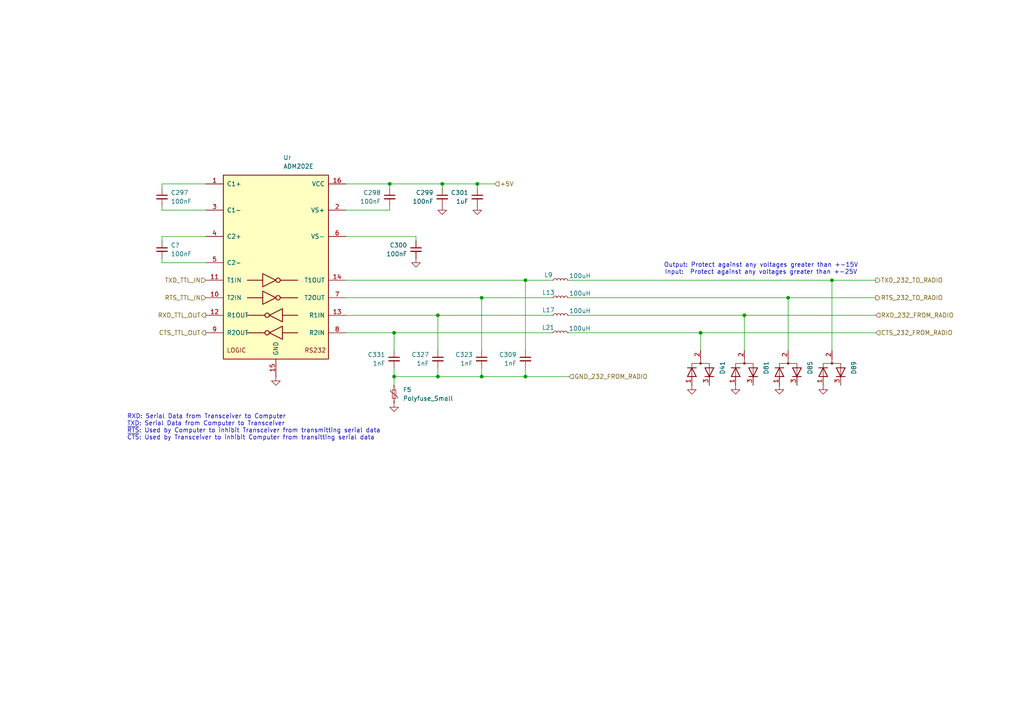
<source format=kicad_sch>
(kicad_sch (version 20250114) (generator "eeschema") (generator_version "9.0")
  (paper "A4")
  (lib_symbols
    (symbol "Device:C_Small" (pin_numbers (hide yes)) (pin_names (offset 0.254) (hide yes))
      (property "Reference" "C" (at 0.254 1.778 0))
      (property "Value" "C_Small" (at 0.254 -2.032 0))
      (symbol "C_Small_0_1"
        (polyline (pts (xy -1.524 0.508) (xy 1.524 0.508)) (stroke (width 0.3048)))
        (polyline (pts (xy -1.524 -0.508) (xy 1.524 -0.508)) (stroke (width 0.3302)))
      )
      (symbol "C_Small_1_1"
        (pin passive line (at 0 2.54 270) (length 2.032) (name "~") (number "1"))
        (pin passive line (at 0 -2.54 90) (length 2.032) (name "~") (number "2"))
      )
    )
    (symbol "Device:D_Dual_Series_ACK_Parallel" (pin_names (offset 0.762) (hide yes))
      (property "Reference" "D" (at 0 5.08 0))
      (property "Value" "D_Dual_Series_ACK_Parallel" (at 0 -5.08 0))
      (symbol "D_Dual_Series_ACK_Parallel_0_0"
        (polyline (pts (xy 0 -1.27) (xy 0 -3.81)) (stroke (width 0.254)))
        (polyline (pts (xy 2.54 3.81) (xy 2.54 1.27)) (stroke (width 0.254)))
      )
      (symbol "D_Dual_Series_ACK_Parallel_0_1"
        (circle (center -1.27 0) (radius 0.254) (fill (type outline)))
        (polyline (pts (xy -1.27 0) (xy -2.54 0)))
        (polyline (pts (xy 0 3.81) (xy 2.54 2.54) (xy 0 1.27) (xy 0 3.81) (xy 0 3.81) (xy 0 3.81)) (stroke (width 0.254)))
        (polyline (pts (xy 2.54 2.54) (xy -1.27 2.54) (xy -1.27 -2.54) (xy 2.54 -2.54)))
        (polyline (pts (xy 2.54 -1.27) (xy 0 -2.54) (xy 2.54 -3.81) (xy 2.54 -1.27) (xy 2.54 -1.27) (xy 2.54 -1.27)) (stroke (width 0.254)))
        (pin passive line (at -5.08 0 0) (length 2.54) (name "common") (number "2"))
        (pin passive line (at 5.08 2.54 180) (length 2.54) (name "K") (number "3"))
        (pin passive line (at 5.08 -2.54 180) (length 2.54) (name "A") (number "1"))
      )
    )
    (symbol "Device:L_Small" (pin_numbers (hide yes)) (pin_names (offset 0.254) (hide yes))
      (property "Reference" "L" (at 0.762 1.016 0))
      (property "Value" "L_Small" (at 0.762 -1.016 0))
      (symbol "L_Small_0_1"
        (arc (start 0 2.032) (mid 0.5058 1.524) (end 0 1.016))
        (arc (start 0 1.016) (mid 0.5058 0.508) (end 0 0))
        (arc (start 0 0) (mid 0.5058 -0.508) (end 0 -1.016))
        (arc (start 0 -1.016) (mid 0.5058 -1.524) (end 0 -2.032))
      )
      (symbol "L_Small_1_1"
        (pin passive line (at 0 2.54 270) (length 0.508) (name "~") (number "1"))
        (pin passive line (at 0 -2.54 90) (length 0.508) (name "~") (number "2"))
      )
    )
    (symbol "Device:Polyfuse_Small" (pin_numbers (hide yes)) (pin_names (offset 0))
      (property "Reference" "F" (at -1.905 0 90))
      (property "Value" "Polyfuse_Small" (at 1.905 0 90))
      (symbol "Polyfuse_Small_0_1"
        (polyline (pts (xy -1.016 1.27) (xy -1.016 0.762) (xy 1.016 -0.762) (xy 1.016 -1.27)))
        (rectangle (start -0.508 1.27) (end 0.508 -1.27))
        (polyline (pts (xy 0 2.54) (xy 0 -2.54)))
      )
      (symbol "Polyfuse_Small_1_1"
        (pin passive line (at 0 2.54 270) (length 0.635) (name "~") (number "1"))
        (pin passive line (at 0 -2.54 90) (length 0.635) (name "~") (number "2"))
      )
    )
    (symbol "Interface_UART:ADM232A" (pin_names (offset 1.016))
      (property "Reference" "Ur" (at 2.1433 30.48 0))
      (property "Value" "ADM202E" (at 2.1433 27.94 0))
      (symbol "ADM232A_0_0"
        (text "LOGIC" (at -11.43 -25.4 0) (effects (font (size 1.27 1.27))))
        (text "RS232" (at 11.43 -25.4 0) (effects (font (size 1.27 1.27))))
      )
      (symbol "ADM232A_0_1"
        (rectangle (start -15.24 25.4) (end 15.24 -27.94) (stroke (width 0.254)) (fill (type background)))
        (polyline (pts (xy -3.81 -3.175) (xy -3.81 -6.985) (xy 0 -5.08) (xy -3.81 -3.175)) (stroke (width 0.254)))
        (polyline (pts (xy -3.81 -5.08) (xy -8.255 -5.08)) (stroke (width 0.254)))
        (polyline (pts (xy -3.81 -8.255) (xy -3.81 -12.065) (xy 0 -10.16) (xy -3.81 -8.255)) (stroke (width 0.254)))
        (polyline (pts (xy -3.81 -10.16) (xy -8.255 -10.16)) (stroke (width 0.254)))
        (polyline (pts (xy -3.175 -15.24) (xy -8.255 -15.24)) (stroke (width 0.254)))
        (polyline (pts (xy -3.175 -20.32) (xy -8.255 -20.32)) (stroke (width 0.254)))
        (circle (center -2.54 -15.24) (radius 0.635) (stroke (width 0.254)))
        (circle (center -2.54 -20.32) (radius 0.635) (stroke (width 0.254)))
        (circle (center 0.635 -5.08) (radius 0.635) (stroke (width 0.254)))
        (circle (center 0.635 -10.16) (radius 0.635) (stroke (width 0.254)))
        (polyline (pts (xy 1.27 -5.08) (xy 6.35 -5.08)) (stroke (width 0.254)))
        (polyline (pts (xy 1.27 -10.16) (xy 6.35 -10.16)) (stroke (width 0.254)))
        (polyline (pts (xy 1.905 -13.335) (xy 1.905 -17.145) (xy -1.905 -15.24) (xy 1.905 -13.335)) (stroke (width 0.254)))
        (polyline (pts (xy 1.905 -15.24) (xy 6.35 -15.24)) (stroke (width 0.254)))
        (polyline (pts (xy 1.905 -18.415) (xy 1.905 -22.225) (xy -1.905 -20.32) (xy 1.905 -18.415)) (stroke (width 0.254)))
        (polyline (pts (xy 1.905 -20.32) (xy 6.35 -20.32)) (stroke (width 0.254)))
      )
      (symbol "ADM232A_1_1"
        (pin passive line (at -20.32 22.86 0) (length 5.08) (name "C1+") (number "1"))
        (pin passive line (at -20.32 15.24 0) (length 5.08) (name "C1-") (number "3"))
        (pin passive line (at -20.32 7.62 0) (length 5.08) (name "C2+") (number "4"))
        (pin passive line (at -20.32 0 0) (length 5.08) (name "C2-") (number "5"))
        (pin input line (at -20.32 -5.08 0) (length 5.08) (name "T1IN") (number "11"))
        (pin input line (at -20.32 -10.16 0) (length 5.08) (name "T2IN") (number "10"))
        (pin output line (at -20.32 -15.24 0) (length 5.08) (name "R1OUT") (number "12"))
        (pin output line (at -20.32 -20.32 0) (length 5.08) (name "R2OUT") (number "9"))
        (pin power_in line (at 0 -33.02 90) (length 5.08) (name "GND") (number "15"))
        (pin power_in line (at 20.32 22.86 180) (length 5.08) (name "VCC") (number "16"))
        (pin power_out line (at 20.32 15.24 180) (length 5.08) (name "VS+") (number "2"))
        (pin power_out line (at 20.32 7.62 180) (length 5.08) (name "VS-") (number "6"))
        (pin output line (at 20.32 -5.08 180) (length 5.08) (name "T1OUT") (number "14"))
        (pin output line (at 20.32 -10.16 180) (length 5.08) (name "T2OUT") (number "7"))
        (pin input line (at 20.32 -15.24 180) (length 5.08) (name "R1IN") (number "13"))
        (pin input line (at 20.32 -20.32 180) (length 5.08) (name "R2IN") (number "8"))
      )
    )
    (symbol "power:GND" (power) (pin_numbers (hide yes)) (pin_names (offset 0) (hide yes))
      (property "Value" "GND" (at 0 -3.81 0))
      (symbol "GND_0_1"
        (polyline (pts (xy 0 0) (xy 0 -1.27) (xy 1.27 -1.27) (xy 0 -2.54) (xy -1.27 -1.27) (xy 0 -1.27)))
      )
      (symbol "GND_1_1"
        (pin power_in line (at 0 0 270) (length 0) (name "~") (number "1"))
      )
    )
  )
  (text "RXD: Serial Data from Transceiver to Computer\nTXD: Serial Data from Computer to Transceiver\n~{RTS}: Used by Computer to inhibit Transceiver from transmitting serial data\n~{CTS}: Used by Transceiver to inhibit Computer from transitting serial data" (at 36.83 123.952 0) (effects (font (size 1.27 1.27)) (justify left)))
  (text "Output: Protect against any voltages greater than +-15V\nInput:  Protect against any voltages greater than +-25V" (at 220.726 77.978 0) (effects (font (size 1.27 1.27))))
  (junction (at 152.4 81.28))
  (junction (at 241.3 81.28))
  (junction (at 228.6 86.36))
  (junction (at 139.7 109.22))
  (junction (at 138.43 53.34))
  (junction (at 114.3 96.52))
  (junction (at 203.2 96.52))
  (junction (at 114.3 109.22))
  (junction (at 127 91.44))
  (junction (at 127 109.22))
  (junction (at 128.27 53.34))
  (junction (at 113.03 53.34))
  (junction (at 215.9 91.44))
  (junction (at 139.7 86.36))
  (junction (at 152.4 109.22))
  (wire (pts (xy 113.03 60.96) (xy 113.03 59.69)))
  (wire (pts (xy 114.3 96.52) (xy 100.33 96.52)))
  (wire (pts (xy 160.02 81.28) (xy 152.4 81.28)))
  (wire (pts (xy 139.7 106.68) (xy 139.7 109.22)))
  (wire (pts (xy 100.33 60.96) (xy 113.03 60.96)))
  (wire (pts (xy 215.9 91.44) (xy 215.9 101.6)))
  (wire (pts (xy 139.7 109.22) (xy 127 109.22)))
  (wire (pts (xy 46.99 68.58) (xy 46.99 69.85)))
  (wire (pts (xy 241.3 81.28) (xy 165.1 81.28)))
  (wire (pts (xy 152.4 109.22) (xy 139.7 109.22)))
  (wire (pts (xy 59.69 68.58) (xy 46.99 68.58)))
  (wire (pts (xy 228.6 86.36) (xy 165.1 86.36)))
  (wire (pts (xy 228.6 86.36) (xy 228.6 101.6)))
  (wire (pts (xy 46.99 76.2) (xy 46.99 74.93)))
  (wire (pts (xy 152.4 109.22) (xy 165.1 109.22)))
  (wire (pts (xy 138.43 54.61) (xy 138.43 53.34)))
  (wire (pts (xy 127 91.44) (xy 100.33 91.44)))
  (wire (pts (xy 254 86.36) (xy 228.6 86.36)))
  (wire (pts (xy 128.27 54.61) (xy 128.27 53.34)))
  (wire (pts (xy 215.9 91.44) (xy 165.1 91.44)))
  (wire (pts (xy 59.69 53.34) (xy 46.99 53.34)))
  (wire (pts (xy 113.03 53.34) (xy 113.03 54.61)))
  (wire (pts (xy 120.65 69.85) (xy 120.65 68.58)))
  (wire (pts (xy 254 96.52) (xy 203.2 96.52)))
  (wire (pts (xy 160.02 86.36) (xy 139.7 86.36)))
  (wire (pts (xy 203.2 96.52) (xy 165.0313 96.52)))
  (wire (pts (xy 114.3 96.52) (xy 114.3 101.6)))
  (wire (pts (xy 139.7 86.36) (xy 139.7 101.6)))
  (wire (pts (xy 128.27 53.34) (xy 113.03 53.34)))
  (wire (pts (xy 254 91.44) (xy 215.9 91.44)))
  (wire (pts (xy 152.4 106.68) (xy 152.4 109.22)))
  (wire (pts (xy 120.65 68.58) (xy 100.33 68.58)))
  (wire (pts (xy 100.33 53.34) (xy 113.03 53.34)))
  (wire (pts (xy 203.2 96.52) (xy 203.2 101.6)))
  (wire (pts (xy 254 81.28) (xy 241.3 81.28)))
  (wire (pts (xy 160.02 91.44) (xy 127 91.44)))
  (wire (pts (xy 138.43 53.34) (xy 143.51 53.34)))
  (wire (pts (xy 241.3 81.28) (xy 241.3 101.6)))
  (wire (pts (xy 46.99 60.96) (xy 46.99 59.69)))
  (wire (pts (xy 59.69 60.96) (xy 46.99 60.96)))
  (wire (pts (xy 127 91.44) (xy 127 101.6)))
  (wire (pts (xy 59.69 76.2) (xy 46.99 76.2)))
  (wire (pts (xy 127 109.22) (xy 114.3 109.22)))
  (wire (pts (xy 114.3 106.68) (xy 114.3 109.22)))
  (wire (pts (xy 152.4 81.28) (xy 152.4 101.6)))
  (wire (pts (xy 114.3 109.22) (xy 114.3 111.76)))
  (wire (pts (xy 152.4 81.28) (xy 100.33 81.28)))
  (wire (pts (xy 46.99 53.34) (xy 46.99 54.61)))
  (wire (pts (xy 159.9513 96.52) (xy 114.3 96.52)))
  (wire (pts (xy 127 106.68) (xy 127 109.22)))
  (wire (pts (xy 139.7 86.36) (xy 100.33 86.36)))
  (wire (pts (xy 128.27 53.34) (xy 138.43 53.34)))
  (hierarchical_label "+5V" (shape input) (at 143.51 53.34 0))
  (hierarchical_label "CTS_TTL_OUT" (shape output) (at 59.69 96.52 180))
  (hierarchical_label "RXD_TTL_OUT" (shape output) (at 59.69 91.44 180))
  (hierarchical_label "RXD_232_FROM_RADIO" (shape input) (at 254 91.44 0))
  (hierarchical_label "GND_232_FROM_RADIO" (shape input) (at 165.1 109.22 0))
  (hierarchical_label "CTS_232_FROM_RADIO" (shape input) (at 254 96.52 0))
  (hierarchical_label "TXD_232_TO_RADIO" (shape output) (at 254 81.28 0))
  (hierarchical_label "TXD_TTL_IN" (shape input) (at 59.69 81.28 180))
  (hierarchical_label "RTS_232_TO_RADIO" (shape output) (at 254 86.36 0))
  (hierarchical_label "RTS_TTL_IN" (shape input) (at 59.69 86.36 180))
  (symbol (lib_id "Device:C_Small") (at 114.3 104.14 0) (unit 1)
    (property "Reference" "C331" (at 111.76 102.8762 0) (effects (justify right)))
    (property "Value" "1nF" (at 111.76 105.4162 0) (effects (justify right)))
    (property "Description" "Unpolarized capacitor, small symbol" (effects (hide yes)))
    (instances (project "PilotAudioPanel" (path "" (reference "C331") (unit 1)) (path "" (reference "C332") (unit 1)) (path "" (reference "C334") (unit 1)) (path "" (reference "C333") (unit 1))))
  )
  (symbol (lib_id "power:GND") (at 238.76 111.76 0) (unit 1)
    (property "Reference" "#PWR0521" (effects (hide yes)))
    (property "Value" "GND" (effects (hide yes)))
    (property "Description" "Power symbol creates a global label with name \"GND\" , ground" (effects (hide yes)))
    (instances (project "PilotAudioPanel" (path "" (reference "#PWR0521") (unit 1)) (path "" (reference "#PWR0522") (unit 1)) (path "" (reference "#PWR0524") (unit 1)) (path "" (reference "#PWR0523") (unit 1))))
  )
  (symbol (lib_id "Device:L_Small") (at 162.4913 96.52 90) (unit 1)
    (property "Reference" "L21" (at 159.004 94.996 90))
    (property "Value" "100uH" (at 168.148 95.25 90))
    (property "Description" "Inductor, small symbol" (effects (hide yes)))
    (instances (project "PilotAudioPanel" (path "" (reference "L21") (unit 1)) (path "" (reference "L22") (unit 1)) (path "" (reference "L24") (unit 1)) (path "" (reference "L23") (unit 1))))
  )
  (symbol (lib_id "Device:C_Small") (at 138.43 57.15 0) (unit 1)
    (property "Reference" "C301" (at 135.89 55.8862 0) (effects (justify right)))
    (property "Value" "1uF" (at 135.89 58.4262 0) (effects (justify right)))
    (property "Description" "Unpolarized capacitor, small symbol" (effects (hide yes)))
    (instances (project "PilotAudioPanel" (path "" (reference "C301") (unit 1)) (path "" (reference "C306") (unit 1)) (path "" (reference "C319") (unit 1)) (path "" (reference "C313") (unit 1))))
  )
  (symbol (lib_id "Device:C_Small") (at 46.99 57.15 0) (unit 1)
    (property "Reference" "C297" (at 49.53 55.8862 0) (effects (justify left)))
    (property "Value" "100nF" (at 49.53 58.4262 0) (effects (justify left)))
    (property "Description" "Unpolarized capacitor, small symbol" (effects (hide yes)))
    (instances (project "PilotAudioPanel" (path "" (reference "C297") (unit 1)) (path "" (reference "C296") (unit 1)) (path "" (reference "C314") (unit 1)) (path "" (reference "C307") (unit 1))))
  )
  (symbol (lib_id "power:GND") (at 128.27 59.69 0) (unit 1)
    (property "Reference" "#PWR?" (effects (hide yes)))
    (property "Value" "GND" (effects (hide yes)))
    (property "Description" "Power symbol creates a global label with name \"GND\" , ground" (effects (hide yes)))
    (instances (project "PilotAudioPanel" (path "" (reference "#PWR?") (unit 1)) (path "" (reference "#PWR0495") (unit 1)) (path "" (reference "#PWR0504") (unit 1)) (path "" (reference "#PWR0499") (unit 1))))
  )
  (symbol (lib_id "Device:C_Small") (at 128.27 57.15 0) (mirror y) (unit 1)
    (property "Reference" "C299" (at 125.73 55.8862 0) (effects (justify left)))
    (property "Value" "100nF" (at 125.73 58.4262 0) (effects (justify left)))
    (property "Description" "Unpolarized capacitor, small symbol" (effects (hide yes)))
    (instances (project "PilotAudioPanel" (path "" (reference "C299") (unit 1)) (path "" (reference "C305") (unit 1)) (path "" (reference "C318") (unit 1)) (path "" (reference "C312") (unit 1))))
  )
  (symbol (lib_id "power:GND") (at 213.36 111.76 0) (unit 1)
    (property "Reference" "#PWR0513" (effects (hide yes)))
    (property "Value" "GND" (effects (hide yes)))
    (property "Description" "Power symbol creates a global label with name \"GND\" , ground" (effects (hide yes)))
    (instances (project "PilotAudioPanel" (path "" (reference "#PWR0513") (unit 1)) (path "" (reference "#PWR0514") (unit 1)) (path "" (reference "#PWR0516") (unit 1)) (path "" (reference "#PWR0515") (unit 1))))
  )
  (symbol (lib_id "Device:C_Small") (at 113.03 57.15 0) (mirror y) (unit 1)
    (property "Reference" "C298" (at 110.49 55.8862 0) (effects (justify left)))
    (property "Value" "100nF" (at 110.49 58.4262 0) (effects (justify left)))
    (property "Description" "Unpolarized capacitor, small symbol" (effects (hide yes)))
    (instances (project "PilotAudioPanel" (path "" (reference "C298") (unit 1)) (path "" (reference "C303") (unit 1)) (path "" (reference "C316") (unit 1)) (path "" (reference "C310") (unit 1))))
  )
  (symbol (lib_id "power:GND") (at 138.43 59.69 0) (unit 1)
    (property "Reference" "#PWR0493" (effects (hide yes)))
    (property "Value" "GND" (effects (hide yes)))
    (property "Description" "Power symbol creates a global label with name \"GND\" , ground" (effects (hide yes)))
    (instances (project "PilotAudioPanel" (path "" (reference "#PWR0493") (unit 1)) (path "" (reference "#PWR0496") (unit 1)) (path "" (reference "#PWR0505") (unit 1)) (path "" (reference "#PWR0501") (unit 1))))
  )
  (symbol (lib_id "Device:C_Small") (at 127 104.14 0) (mirror y) (unit 1)
    (property "Reference" "C327" (at 124.46 102.8762 0) (effects (justify left)))
    (property "Value" "1nF" (at 124.46 105.4162 0) (effects (justify left)))
    (property "Description" "Unpolarized capacitor, small symbol" (effects (hide yes)))
    (instances (project "PilotAudioPanel" (path "" (reference "C327") (unit 1)) (path "" (reference "C328") (unit 1)) (path "" (reference "C330") (unit 1)) (path "" (reference "C329") (unit 1))))
  )
  (symbol (lib_id "power:GND") (at 80.01 109.22 0) (unit 1)
    (property "Reference" "#PWR0492" (effects (hide yes)))
    (property "Value" "GND" (effects (hide yes)))
    (property "Description" "Power symbol creates a global label with name \"GND\" , ground" (effects (hide yes)))
    (instances (project "PilotAudioPanel" (path "" (reference "#PWR0492") (unit 1)) (path "" (reference "#PWR0490") (unit 1)) (path "" (reference "#PWR0502") (unit 1)) (path "" (reference "#PWR0497") (unit 1))))
  )
  (symbol (lib_id "Device:C_Small") (at 139.7 104.14 0) (unit 1)
    (property "Reference" "C323" (at 137.16 102.8762 0) (effects (justify right)))
    (property "Value" "1nF" (at 137.16 105.4162 0) (effects (justify right)))
    (property "Description" "Unpolarized capacitor, small symbol" (effects (hide yes)))
    (instances (project "PilotAudioPanel" (path "" (reference "C323") (unit 1)) (path "" (reference "C324") (unit 1)) (path "" (reference "C326") (unit 1)) (path "" (reference "C325") (unit 1))))
  )
  (symbol (lib_id "power:GND") (at 114.3 116.84 0) (unit 1)
    (property "Reference" "#PWR0500" (effects (hide yes)))
    (property "Value" "GND" (effects (hide yes)))
    (property "Description" "Power symbol creates a global label with name \"GND\" , ground" (effects (hide yes)))
    (instances (project "PilotAudioPanel" (path "" (reference "#PWR0500") (unit 1)) (path "" (reference "#PWR0506") (unit 1)) (path "" (reference "#PWR0508") (unit 1)) (path "" (reference "#PWR0507") (unit 1))))
  )
  (symbol (lib_id "Device:L_Small") (at 162.56 81.28 90) (unit 1)
    (property "Reference" "L9" (at 159.0727 79.756 90))
    (property "Value" "100uH" (at 168.2167 80.01 90))
    (property "Description" "Inductor, small symbol" (effects (hide yes)))
    (instances (project "" (path "" (reference "L9") (unit 1)) (path "" (reference "L10") (unit 1)) (path "" (reference "L12") (unit 1)) (path "" (reference "L11") (unit 1))))
  )
  (symbol (lib_id "Device:L_Small") (at 162.56 91.44 90) (unit 1)
    (property "Reference" "L17" (at 159.0727 89.916 90))
    (property "Value" "100uH" (at 168.2167 90.17 90))
    (property "Description" "Inductor, small symbol" (effects (hide yes)))
    (instances (project "PilotAudioPanel" (path "" (reference "L17") (unit 1)) (path "" (reference "L18") (unit 1)) (path "" (reference "L20") (unit 1)) (path "" (reference "L19") (unit 1))))
  )
  (symbol (lib_id "Device:C_Small") (at 152.4 104.14 0) (unit 1)
    (property "Reference" "C309" (at 149.86 102.8762 0) (effects (justify right)))
    (property "Value" "1nF" (at 149.86 105.4162 0) (effects (justify right)))
    (property "Description" "Unpolarized capacitor, small symbol" (effects (hide yes)))
    (instances (project "PilotAudioPanel" (path "" (reference "C309") (unit 1)) (path "" (reference "C320") (unit 1)) (path "" (reference "C322") (unit 1)) (path "" (reference "C321") (unit 1))))
  )
  (symbol (lib_id "Device:D_Dual_Series_ACK_Parallel") (at 228.6 106.68 270) (unit 1)
    (property "Reference" "D85" (at 234.95 106.68 0))
    (property "Value" "D_Dual_Series_ACK_Parallel" (effects (hide yes)))
    (property "Description" "Dual diode, anode/center/cathode" (effects (hide yes)))
    (instances (project "PilotAudioPanel" (path "" (reference "D85") (unit 1)) (path "" (reference "D86") (unit 1)) (path "" (reference "D88") (unit 1)) (path "" (reference "D87") (unit 1))))
  )
  (symbol (lib_id "Device:D_Dual_Series_ACK_Parallel") (at 215.9 106.68 270) (unit 1)
    (property "Reference" "D81" (at 222.25 106.68 0))
    (property "Value" "D_Dual_Series_ACK_Parallel" (effects (hide yes)))
    (property "Description" "Dual diode, anode/center/cathode" (effects (hide yes)))
    (instances (project "PilotAudioPanel" (path "" (reference "D81") (unit 1)) (path "" (reference "D82") (unit 1)) (path "" (reference "D84") (unit 1)) (path "" (reference "D83") (unit 1))))
  )
  (symbol (lib_id "Device:L_Small") (at 162.56 86.36 90) (unit 1)
    (property "Reference" "L13" (at 159.0727 84.836 90))
    (property "Value" "100uH" (at 168.2167 85.09 90))
    (property "Description" "Inductor, small symbol" (effects (hide yes)))
    (instances (project "PilotAudioPanel" (path "" (reference "L13") (unit 1)) (path "" (reference "L14") (unit 1)) (path "" (reference "L16") (unit 1)) (path "" (reference "L15") (unit 1))))
  )
  (symbol (lib_id "Device:Polyfuse_Small") (at 114.3 114.3 0) (unit 1)
    (property "Reference" "F5" (at 116.84 113.0299 0) (effects (justify left)))
    (property "Value" "Polyfuse_Small" (at 116.84 115.5699 0) (effects (justify left)))
    (property "Description" "Resettable fuse, polymeric positive temperature coefficient, small symbol" (effects (hide yes)))
    (instances (project "" (path "" (reference "F5") (unit 1)) (path "" (reference "F9") (unit 1)) (path "" (reference "F11") (unit 1)) (path "" (reference "F10") (unit 1))))
  )
  (symbol (lib_id "power:GND") (at 226.06 111.76 0) (unit 1)
    (property "Reference" "#PWR0517" (effects (hide yes)))
    (property "Value" "GND" (effects (hide yes)))
    (property "Description" "Power symbol creates a global label with name \"GND\" , ground" (effects (hide yes)))
    (instances (project "PilotAudioPanel" (path "" (reference "#PWR0517") (unit 1)) (path "" (reference "#PWR0518") (unit 1)) (path "" (reference "#PWR0520") (unit 1)) (path "" (reference "#PWR0519") (unit 1))))
  )
  (symbol (lib_id "Device:C_Small") (at 120.65 72.39 0) (mirror y) (unit 1)
    (property "Reference" "C300" (at 118.11 71.1262 0) (effects (justify left)))
    (property "Value" "100nF" (at 118.11 73.6662 0) (effects (justify left)))
    (property "Description" "Unpolarized capacitor, small symbol" (effects (hide yes)))
    (instances (project "PilotAudioPanel" (path "" (reference "C300") (unit 1)) (path "" (reference "C304") (unit 1)) (path "" (reference "C317") (unit 1)) (path "" (reference "C311") (unit 1))))
  )
  (symbol (lib_id "power:GND") (at 200.66 111.76 0) (unit 1)
    (property "Reference" "#PWR0509" (effects (hide yes)))
    (property "Value" "GND" (effects (hide yes)))
    (property "Description" "Power symbol creates a global label with name \"GND\" , ground" (effects (hide yes)))
    (instances (project "PilotAudioPanel" (path "" (reference "#PWR0509") (unit 1)) (path "" (reference "#PWR0510") (unit 1)) (path "" (reference "#PWR0512") (unit 1)) (path "" (reference "#PWR0511") (unit 1))))
  )
  (symbol (lib_id "Device:D_Dual_Series_ACK_Parallel") (at 203.2 106.68 270) (unit 1)
    (property "Reference" "D41" (at 209.55 106.68 0))
    (property "Value" "D_Dual_Series_ACK_Parallel" (effects (hide yes)))
    (property "Description" "Dual diode, anode/center/cathode" (effects (hide yes)))
    (instances (project "PilotAudioPanel" (path "" (reference "D41") (unit 1)) (path "" (reference "D66") (unit 1)) (path "" (reference "D80") (unit 1)) (path "" (reference "D79") (unit 1))))
  )
  (symbol (lib_id "Interface_UART:ADM232A") (at 80.01 76.2 0) (unit 1)
    (property "Reference" "Ur" (at 82.1533 45.72 0) (effects (justify left)))
    (property "Value" "ADM202E" (at 82.1533 48.26 0) (effects (justify left)))
    (property "Datasheet" "https://www.analog.com/media/en/technical-documentation/data-sheets/ADM222_232A_242.pdf" (effects (hide yes)))
    (property "Description" "Dual RS232 driver/receiver, 5V supply, 200kb/s" (effects (hide yes)))
    (instances (project "PilotAudioPanel" (path "" (reference "Ur") (unit 1)) (path "" (reference "Ur1") (unit 1)) (path "" (reference "Ur3") (unit 1)) (path "" (reference "Ur2") (unit 1))))
  )
  (symbol (lib_id "Device:C_Small") (at 46.99 72.39 0) (unit 1)
    (property "Reference" "C?" (at 49.53 71.1262 0) (effects (justify left)))
    (property "Value" "100nF" (at 49.53 73.6662 0) (effects (justify left)))
    (property "Description" "Unpolarized capacitor, small symbol" (effects (hide yes)))
    (instances (project "PilotAudioPanel" (path "" (reference "C?") (unit 1)) (path "" (reference "C302") (unit 1)) (path "" (reference "C315") (unit 1)) (path "" (reference "C308") (unit 1))))
  )
  (symbol (lib_id "power:GND") (at 120.65 74.93 0) (unit 1)
    (property "Reference" "#PWR0491" (effects (hide yes)))
    (property "Value" "GND" (effects (hide yes)))
    (property "Description" "Power symbol creates a global label with name \"GND\" , ground" (effects (hide yes)))
    (instances (project "PilotAudioPanel" (path "" (reference "#PWR0491") (unit 1)) (path "" (reference "#PWR0494") (unit 1)) (path "" (reference "#PWR0503") (unit 1)) (path "" (reference "#PWR0498") (unit 1))))
  )
  (symbol (lib_id "Device:D_Dual_Series_ACK_Parallel") (at 241.3 106.68 270) (unit 1)
    (property "Reference" "D89" (at 247.65 106.68 0))
    (property "Value" "D_Dual_Series_ACK_Parallel" (effects (hide yes)))
    (property "Description" "Dual diode, anode/center/cathode" (effects (hide yes)))
    (instances (project "PilotAudioPanel" (path "" (reference "D89") (unit 1)) (path "" (reference "D90") (unit 1)) (path "" (reference "D92") (unit 1)) (path "" (reference "D91") (unit 1))))
  )
)
</source>
